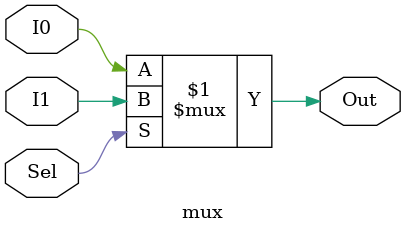
<source format=v>
module mux(input I0,I1,Sel,output Out);

assign Out = Sel ? I1 : I0;

endmodule

</source>
